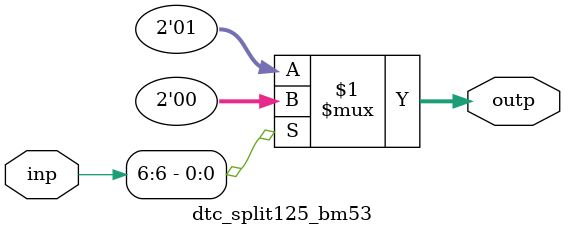
<source format=v>
module dtc_split125_bm53 (
	input  wire [8-1:0] inp,
	output wire [2-1:0] outp
);


	assign outp = (inp[6]) ? 2'b00 : 2'b01;

endmodule
</source>
